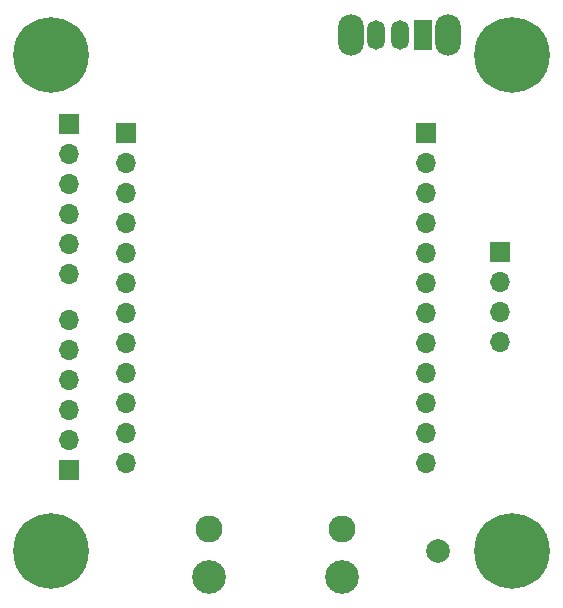
<source format=gbr>
%TF.GenerationSoftware,KiCad,Pcbnew,8.0.3*%
%TF.CreationDate,2024-10-16T20:56:53-05:00*%
%TF.ProjectId,BB-STM32 Dev Board,42422d53-544d-4333-9220-44657620426f,0*%
%TF.SameCoordinates,Original*%
%TF.FileFunction,Soldermask,Bot*%
%TF.FilePolarity,Negative*%
%FSLAX46Y46*%
G04 Gerber Fmt 4.6, Leading zero omitted, Abs format (unit mm)*
G04 Created by KiCad (PCBNEW 8.0.3) date 2024-10-16 20:56:53*
%MOMM*%
%LPD*%
G01*
G04 APERTURE LIST*
%ADD10R,1.700000X1.700000*%
%ADD11O,1.700000X1.700000*%
%ADD12C,2.280000*%
%ADD13C,2.850000*%
%ADD14O,1.500000X2.500000*%
%ADD15R,1.500000X2.500000*%
%ADD16O,2.200000X3.500000*%
%ADD17C,2.000000*%
%ADD18C,3.600000*%
%ADD19C,6.400000*%
G04 APERTURE END LIST*
D10*
%TO.C,J9*%
X125300000Y-83560000D03*
D11*
X125300000Y-86100000D03*
X125300000Y-88640000D03*
X125300000Y-91180000D03*
X125300000Y-93720000D03*
X125300000Y-96260000D03*
X125300000Y-98800000D03*
X125300000Y-101340000D03*
X125300000Y-103880000D03*
X125300000Y-106420000D03*
X125300000Y-108960000D03*
X125300000Y-111500000D03*
%TD*%
D10*
%TO.C,J8*%
X150700000Y-83560000D03*
D11*
X150700000Y-86100000D03*
X150700000Y-88640000D03*
X150700000Y-91180000D03*
X150700000Y-93720000D03*
X150700000Y-96260000D03*
X150700000Y-98800000D03*
X150700000Y-101340000D03*
X150700000Y-103880000D03*
X150700000Y-106420000D03*
X150700000Y-108960000D03*
X150700000Y-111500000D03*
%TD*%
D12*
%TO.C,J1*%
X143620000Y-117150000D03*
D13*
X143620000Y-121150000D03*
X132380000Y-121150000D03*
D12*
X132380000Y-117150000D03*
%TD*%
D14*
%TO.C,SW4*%
X146500000Y-75250000D03*
X148500000Y-75250000D03*
D15*
X150500000Y-75250000D03*
D16*
X144400000Y-75250000D03*
X152600000Y-75250000D03*
%TD*%
D17*
%TO.C,TP1*%
X151750000Y-119000000D03*
%TD*%
D18*
%TO.C,H2*%
X158000000Y-77000000D03*
D19*
X158000000Y-77000000D03*
%TD*%
D10*
%TO.C,J2*%
X120475000Y-112160000D03*
D11*
X120475000Y-109620000D03*
X120475000Y-107080000D03*
X120475000Y-104540000D03*
X120475000Y-102000000D03*
X120475000Y-99460000D03*
%TD*%
D18*
%TO.C,H3*%
X119000000Y-119000000D03*
D19*
X119000000Y-119000000D03*
%TD*%
D11*
%TO.C,J5*%
X157025000Y-101320000D03*
X157025000Y-98780000D03*
X157025000Y-96240000D03*
D10*
X157025000Y-93700000D03*
%TD*%
D18*
%TO.C,H4*%
X158000000Y-119000000D03*
D19*
X158000000Y-119000000D03*
%TD*%
D18*
%TO.C,H1*%
X119000000Y-77000000D03*
D19*
X119000000Y-77000000D03*
%TD*%
D10*
%TO.C,J3*%
X120500000Y-82800000D03*
D11*
X120500000Y-85340000D03*
X120500000Y-87880000D03*
X120500000Y-90420000D03*
X120500000Y-92960000D03*
X120500000Y-95500000D03*
%TD*%
M02*

</source>
